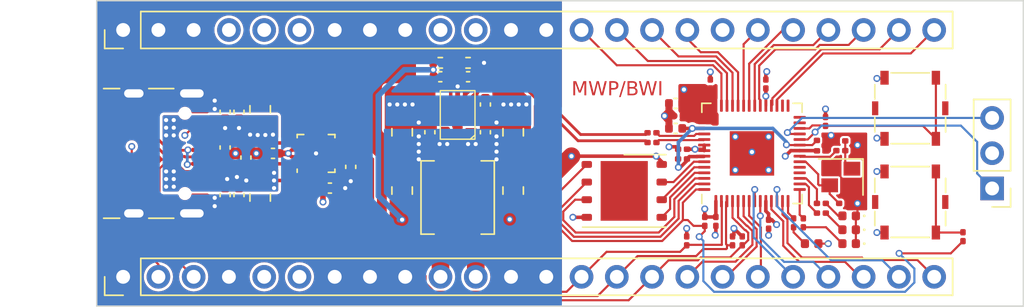
<source format=kicad_pcb>
(kicad_pcb (version 20221018) (generator pcbnew)
  (layers (0 "F.Cu" signal) (1 "In1.Cu" signal) (2 "In2.Cu" signal) (31 "B.Cu" signal) (34 "B.Paste" user) (35 "F.Paste" user) (36 "B.SilkS" user "B.Silkscreen") (37 "F.SilkS" user "F.Silkscreen") (38 "B.Mask" user) (39 "F.Mask" user) (44 "Edge.Cuts" user))
  (net 0 "")
  (net 1 "GND")
  (net 2 "/USB-C + PP/VBUS")
  (net 3 "Net-(J1-CC1)")
  (net 4 "Net-(J1-CC2)")
  (net 5 "Net-(U2-VCC)")
  (net 6 "Net-(U2-BOOT)")
  (net 7 "Net-(U2-NC{slash}SW)")
  (net 9 "Net-(U2-FB)")
  (net 10 "+3V3")
  (net 11 "/USB-C + PP/SBU2")
  (net 12 "/USB-C + PP/SBU1")
  (net 13 "Net-(U302-VREG_VOUT)")
  (net 14 "Net-(C312-Pad1)")
  (net 15 "Net-(U302-XIN)")
  (net 16 "/RP2040 CPU/RUN")
  (net 17 "/RP2040 CPU/D+")
  (net 18 "Net-(U302-USB_DP)")
  (net 19 "/RP2040 CPU/D-")
  (net 20 "Net-(U302-USB_DM)")
  (net 21 "Net-(U301-~{CS})")
  (net 22 "Net-(R305-Pad1)")
  (net 23 "Net-(U302-XOUT)")
  (net 24 "Net-(U301-DO(IO1))")
  (net 25 "Net-(U301-IO2)")
  (net 26 "Net-(U301-DI(IO0))")
  (net 27 "Net-(U301-CLK)")
  (net 28 "Net-(U301-IO3)")
  (net 29 "/RP2040 CPU/I2C0_SDA")
  (net 30 "/RP2040 CPU/I2C0_SCL")
  (net 31 "/RP2040 CPU/I2C1_SDA")
  (net 32 "/RP2040 CPU/I2C1_SCL")
  (net 39 "/RP2040 CPU/GPIO22")
  (net 40 "/RP2040 CPU/GPIO23")
  (net 41 "/RP2040 CPU/GPIO24")
  (net 42 "/RP2040 CPU/GPIO25")
  (net 43 "/RP2040 CPU/ADC0")
  (net 44 "/RP2040 CPU/ADC1")
  (net 45 "/RP2040 CPU/ADC2")
  (net 46 "/RP2040 CPU/ADC3")
  (net 47 "/RP2040 CPU/GPIO2")
  (net 48 "/RP2040 CPU/GPIO5")
  (net 49 "/RP2040 CPU/GPIO4")
  (net 50 "/RP2040 CPU/GPIO3")
  (net 51 "/RP2040 CPU/GPIO21")
  (net 52 "/RP2040 CPU/GPIO20")
  (net 53 "/RP2040 CPU/GPIO10")
  (net 54 "/RP2040 CPU/GPIO9")
  (net 55 "/RP2040 CPU/GPIO8")
  (net 56 "Net-(D301-A)")
  (net 57 "Net-(D302-A)")
  (net 58 "Net-(D303-A)")
  (net 59 "Net-(D304-A)")
  (net 60 "Net-(U302-GPIO11)")
  (net 61 "Net-(U302-GPIO12)")
  (net 62 "Net-(U302-GPIO13)")
  (net 63 "Net-(U302-GPIO14)")
  (net 64 "Net-(J301-Pin_1)")
  (net 65 "Net-(J301-Pin_3)")
  (footprint "LED_SMD:LED_0402_1005Metric" (layer "F.Cu") (at 151.5 91.5 180)
    (fp_text reference "D301" hide)
    (fp_text value "TZ-P2-0402GTIA1-0.45T" hide)
  )
  (footprint "Package_DFN_QFN:QFN-56-1EP_7x7mm_P0.4mm_EP3.2x3.2mm" (layer "F.Cu") (at 147.2 85 90)
    (fp_text reference "U302" hide)
    (fp_text value "RP2040" hide)
  )
  (footprint "Resistor_SMD:R_0201_0603Metric" (layer "F.Cu") (at 153.6 84.8 180)
    (fp_text reference "R306" hide)
    (fp_text value "1K" hide)
  )
  (footprint "Capacitor_SMD:C_0805_2012Metric" (layer "F.Cu") (at 122 83.4765 -90)
    (fp_text reference "C9" hide)
    (fp_text value "4.7uF 50V X5R" hide)
  )
  (footprint "Capacitor_SMD:C_0402_1005Metric" (layer "F.Cu") (at 118.3 85.97 -90)
    (fp_text reference "C20" hide)
    (fp_text value "1uF 10V X7S" hide)
  )
  (footprint "Inductor_SMD:L_Vishay_IHLP-2020" (layer "F.Cu") (at 126 88.176501 -90)
    (fp_text reference "L1" hide)
    (fp_text value "6.8uH IHLP2020BZER6R8M01" hide)
  )
  (footprint "Package_SON:WSON-8-1EP_6x5mm_P1.27mm_EP3.4x4.3mm" (layer "F.Cu") (at 138 87.7)
    (fp_text reference "U301" hide)
    (fp_text value "W25Q128JVPIQ" hide)
  )
  (footprint "Connector_USB:USB_C_Receptacle_GCT_USB4105-xx-A_16P_TopMnt_Horizontal" (layer "F.Cu") (at 103.75 85 -90)
    (fp_text reference "J1" hide)
    (fp_text value "USB_C_Receptacle_USB2.0" hide)
  )
  (footprint "Capacitor_SMD:C_0402_1005Metric" (layer "F.Cu") (at 124.75 79.4765 180)
    (fp_text reference "C6" hide)
    (fp_text value "11pF 50V" hide)
  )
  (footprint "usb-c:TI-RNX0012A-VQFN-HR" (layer "F.Cu") (at 126 82.2265 90)
    (fp_text reference "U2" hide)
    (fp_text value "LMR36006CRNX" hide)
  )
  (footprint "LED_SMD:LED_0402_1005Metric" (layer "F.Cu") (at 154.2 89.5 180)
    (fp_text reference "D304" hide)
    (fp_text value "TZ-P2-0402GTIA1-0.45T" hide)
  )
  (footprint "Capacitor_SMD:C_0402_1005Metric" (layer "F.Cu") (at 124 83.4765 -90)
    (fp_text reference "C3" hide)
    (fp_text value "0.1uF 50V X5R" hide)
  )
  (footprint "Capacitor_SMD:C_0402_1005Metric" (layer "F.Cu") (at 128 81.4765 -90)
    (fp_text reference "C5" hide)
    (fp_text value "0.1uF 10V X7R" hide)
  )
  (footprint "Resistor_SMD:R_0402_1005Metric" (layer "F.Cu") (at 126.75 78.4765)
    (fp_text reference "R2" hide)
    (fp_text value "43.2K" hide)
  )
  (footprint "Resistor_SMD:R_0402_1005Metric" (layer "F.Cu") (at 124.75 78.4765)
    (fp_text reference "R1" hide)
    (fp_text value "100K" hide)
  )
  (footprint "Capacitor_SMD:C_0201_0603Metric" (layer "F.Cu") (at 153.6 84.1 180)
    (fp_text reference "C312" hide)
    (fp_text value "27pF" hide)
  )
  (footprint "Capacitor_SMD:C_0201_0603Metric" (layer "F.Cu") (at 152.2 84.815 180)
    (fp_text reference "C308" hide)
    (fp_text value "100nF 6.3V" hide)
  )
  (footprint "Connector_PinHeader_2.54mm:PinHeader_1x24_P2.54mm_Vertical" (layer "F.Cu") (at 101.905 76.11 90)
    (fp_text reference "J102" hide)
    (fp_text value "Conn_01x24" hide)
  )
  (footprint "Resistor_SMD:R_0201_0603Metric" (layer "F.Cu") (at 142.5 91.3 -90)
    (fp_text reference "R307" hide)
    (fp_text value "4.7K" hide)
  )
  (footprint "LED_SMD:LED_0402_1005Metric" (layer "F.Cu") (at 154.2 91.5 180)
    (fp_text reference "D302" hide)
    (fp_text value "TZ-P2-0402GTIA1-0.45T" hide)
  )
  (footprint "Capacitor_SMD:C_0402_1005Metric" (layer "F.Cu") (at 110.75 85.3 -90)
    (fp_text reference "C10" hide)
    (fp_text value "330pF 50V" hide)
  )
  (footprint "Capacitor_SMD:C_0805_2012Metric" (layer "F.Cu") (at 122 87.6765 -90)
    (fp_text reference "C8" hide)
    (fp_text value "22uF 10V X5R" hide)
  )
  (footprint "Capacitor_SMD:C_0402_1005Metric" (layer "F.Cu") (at 110.25 88 -90)
    (fp_text reference "C15" hide)
    (fp_text value "0.1uF 50V X5R" hide)
  )
  (footprint "Connector_PinHeader_2.54mm:PinHeader_1x24_P2.54mm_Vertical" (layer "F.Cu") (at 101.905 93.89 90)
    (fp_text reference "J101" hide)
    (fp_text value "Conn_01x24" hide)
  )
  (footprint "Resistor_SMD:R_0201_0603Metric" (layer "F.Cu") (at 143.8 89.9 -90)
    (fp_text reference "R304" hide)
    (fp_text value "10K" hide)
  )
  (footprint "Resistor_SMD:R_0201_0603Metric" (layer "F.Cu") (at 162.4 91 -90)
    (fp_text reference "R305" hide)
    (fp_text value "1K" hide)
  )
  (footprint "LED_SMD:LED_0402_1005Metric" (layer "F.Cu") (at 154.2 90.5 180)
    (fp_text reference "D303" hide)
    (fp_text value "TZ-P2-0402GTIA1-0.45T" hide)
  )
  (footprint "Capacitor_SMD:C_0201_0603Metric" (layer "F.Cu") (at 142.2 84.7)
    (fp_text reference "C304" hide)
    (fp_text value "100nF 6.3V" hide)
  )
  (footprint "Capacitor_SMD:C_0402_1005Metric" (layer "F.Cu") (at 126.75 79.476501 180)
    (fp_text reference "C4" hide)
    (fp_text value "1uF 10V X7S" hide)
  )
  (footprint "Capacitor_SMD:C_0201_0603Metric" (layer "F.Cu") (at 141.9 82.3)
    (fp_text reference "C307" hide)
    (fp_text value "100nF 6.3V" hide)
  )
  (footprint "Crystal:Crystal_SMD_EuroQuartz_X22-4Pin_2.5x2.0mm" (layer "F.Cu") (at 153.6 86.7 180)
    (fp_text reference "Y301" hide)
    (fp_text value "12.000 MHz" hide)
  )
  (footprint "Connector_PinHeader_2.54mm:PinHeader_1x03_P2.54mm_Vertical" (layer "F.Cu") (at 164.5 87.525 180)
    (fp_text reference "J301" hide)
    (fp_text value "Conn_01x03" hide)
  )
  (footprint "Resistor_SMD:R_0201_0603Metric" (layer "F.Cu") (at 140.000001 83.515)
    (fp_text reference "R303" hide)
    (fp_text value "27R4" hide)
  )
  (footprint "Capacitor_SMD:C_0402_1005Metric" (layer "F.Cu") (at 110.25 82 90)
    (fp_text reference "C14" hide)
    (fp_text value "0.1uF 50V X5R" hide)
  )
  (footprint "Capacitor_SMD:C_0201_0603Metric" (layer "F.Cu") (at 148.2 80 90)
    (fp_text reference "C311" hide)
    (fp_text value "100nF 6.3V" hide)
  )
  (footprint "Capacitor_SMD:C_0201_0603Metric" (layer "F.Cu") (at 152.2 84.065 180)
    (fp_text reference "C309" hide)
    (fp_text value "100nF 6.3V" hide)
  )
  (footprint "Capacitor_SMD:C_0402_1005Metric" (layer "F.Cu") (at 109.25 84.575 90)
    (fp_text reference "C11" hide)
    (fp_text value "330pF 50V" hide)
  )
  (footprint "Capacitor_SMD:C_0402_1005Metric" (layer "F.Cu") (at 112.7 85 180)
    (fp_text reference "C19" hide)
    (fp_text value "0.1uF 50V X5R" hide)
  )
  (footprint "Resistor_SMD:R_0201_0603Metric" (layer "F.Cu") (at 146.5 91.3 -90)
    (fp_text reference "R309" hide)
    (fp_text value "10K" hide)
  )
  (footprint "Capacitor_SMD:C_0805_2012Metric" (layer "F.Cu") (at 111.775 88.175 -90)
    (fp_text reference "C17" hide)
    (fp_text value "4.7uF 50V X5R" hide)
  )
  (footprint "Capacitor_SMD:C_0402_1005Metric" (layer "F.Cu") (at 128 83.4765 -90)
    (fp_text reference "C2" hide)
    (fp_text value "0.1uF 50V X5R" hide)
  )
  (footprint "Capacitor_SMD:C_0402_1005Metric" (layer "F.Cu") (at 109.25 82 90)
    (fp_text reference "C12" hide)
    (fp_text value "0.1uF 50V X5R" hide)
  )
  (footprint "Resistor_SMD:R_0201_0603Metric" (layer "F.Cu") (at 145.8 91.3 -90)
    (fp_text reference "R308" hide)
    (fp_text value "4.7K" hide)
  )
  (footprint "Capacitor_SMD:C_0402_1005Metric" (layer "F.Cu") (at 109.25 88 -90)
    (fp_text reference "C13" hide)
    (fp_text value "0.1uF 50V X5R" hide)
  )
  (footprint "Capacitor_SMD:C_0805_2012Metric" (layer "F.Cu") (at 111.775 81.825 90)
    (fp_text reference "C16" hide)
    (fp_text value "4.7uF 50V X5R" hide)
  )
  (footprint "Package_DFN_QFN:WQFN-14-1EP_2.5x2.5mm_P0.5mm_EP1.45x1.45mm" (layer "F.Cu") (at 115.8 85 90)
    (fp_text reference "U1" hide)
    (fp_text value "FUSB302BMPX" hide)
  )
  (footprint "Capacitor_SMD:C_0201_0603Metric" (layer "F.Cu") (at 153.8 88.6)
    (fp_text reference "C313" hide)
    (fp_text value "27pF" hide)
  )
  (footprint "Capacitor_SMD:C_0402_1005Metric" (layer "F.Cu") (at 116.8 87.5)
    (fp_text reference "C18" hide)
    (fp_text value "0.1uF 50V X5R" hide)
  )
  (footprint "Capacitor_SMD:C_0805_2012Metric" (layer "F.Cu") (at 130 83.4765 -90)
    (fp_text reference "C1" hide)
    (fp_text value "4.7uF 50V X5R" hide)
  )
  (footprint "Capacitor_SMD:C_0201_0603Metric" (layer "F.Cu") (at 148.4 90.1 90)
    (fp_text reference "C306" hide)
    (fp_text value "100nF 6.3V" hide)
  )
  (footprint "Button_Switch_SMD:SW_SPST_Panasonic_EVQPL_3PL_5PL_PT_A15" (layer "F.Cu") (at 158.6 88.5)
    (fp_text reference "SW302" hide)
    (fp_text value "BOOT" hide)
  )
  (footprint "Capacitor_SMD:C_0805_2012Metric" (layer "F.Cu") (at 130 87.6765 -90)
    (fp_text reference "C7" hide)
    (fp_text value "22uF 10V X5R" hide)
  )
  (footprint "Button_Switch_SMD:SW_SPST_Panasonic_EVQPL_3PL_5PL_PT_A15" (layer "F.Cu") (at 158.6 81.75)
    (fp_text reference "SW301" hide)
    (fp_text value "RUN" hide)
  )
  (footprint "Capacitor_SMD:C_0201_0603Metric" (layer "F.Cu") (at 144.2 80 -90)
    (fp_text reference "C303" hide)
    (fp_text value "100nF 6.3V" hide)
  )
  (footprint "Resistor_SMD:R_0201_0603Metric" (layer "F.Cu") (at 150.2 90 -90)
    (fp_text reference "R310" hide)
    (fp_text value "470R" hide)
  )
  (footprint "Capacitor_SMD:C_0402_1005Metric" (layer "F.Cu") (at 141.7 81.4)
    (fp_text reference "C301" hide)
    (fp_text value "1uF 6.3V" hide)
  )
  (footprint "Capacitor_SMD:C_0402_1005Metric" (layer "F.Cu") (at 141.7 83.2)
    (fp_text reference "C302" hide)
    (fp_text value "1uF 6.3V" hide)
  )
  (footprint "Resistor_SMD:R_0201_0603Metric" (layer "F.Cu") (at 152.2 88.6)
    (fp_text reference "R313" hide)
    (fp_text value "470R" hide)
  )
  (footprint "Resistor_SMD:R_0201_0603Metric" (layer "F.Cu") (at 152.2 89.3)
    (fp_text reference "R312" hide)
    (fp_text value "470R" hide)
  )
  (footprint "Capacitor_SMD:C_0201_0603Metric" (layer "F.Cu") (at 142.2 85.4)
    (fp_text reference "C310" hide)
    (fp_text value "100nF 6.3V" hide)
  )
  (footprint "Resistor_SMD:R_0201_0603Metric" (layer "F.Cu") (at 150.9 90 -90)
    (fp_text reference "R311" hide)
    (fp_text value "470R" hide)
  )
  (footprint "Capacitor_SMD:C_0201_0603Metric" (layer "F.Cu") (at 144.6 89.9 90)
    (fp_text reference "C305" hide)
    (fp_text value "100nF 6.3V" hide)
  )
  (footprint "Resistor_SMD:R_0201_0603Metric" (layer "F.Cu") (at 140 84.215)
    (fp_text reference "R302" hide)
    (fp_text value "27R4" hide)
  )
  (footprint "Resistor_SMD:R_0201_0603Metric" (layer "F.Cu") (at 152.5 82.7 -90)
    (fp_text reference "R301" hide)
    (fp_text value "10K" hide)
  )
  (gr_rect (start 100 74) (end 166.75 96) (stroke (width 0.1)) (fill none) (layer "Edge.Cuts"))
  (gr_text "MWP/BWI" (at 137.5 80.4) (layer "F.Cu") (effects (font (size 1 1))))
  (segment (start 154.685 89.5) (end 154.685 90.5) (width 0.1524) (layer "F.Cu") (net 1))
  (segment (start 141.88 84.7) (end 141.88 85.4) (width 0.254) (layer "F.Cu") (net 1))
  (segment (start 141.22 81.94) (end 141.58 82.3) (width 0.5) (layer "F.Cu") (net 1))
  (segment (start 148.4 90.42) (end 148.4 90.9) (width 0.254) (layer "F.Cu") (net 1))
  (segment (start 141.22 83.2) (end 141.22 82.66) (width 0.5) (layer "F.Cu") (net 1))
  (segment (start 156.2 79.6) (end 156.7 79.6) (width 0.1524) (layer "F.Cu") (net 1))
  (segment (start 141.22 82.66) (end 140.9 82.3) (width 0.5) (layer "F.Cu") (net 1))
  (segment (start 154.8 89.385) (end 154.685 89.5) (width 0.1524) (layer "F.Cu") (net 1))
  (segment (start 156.7 83.9) (end 156.75 83.95) (width 0.1524) (layer "F.Cu") (net 1))
  (segment (start 151.985 91.5) (end 152.7 91.5) (width 0.1524) (layer "F.Cu") (net 1))
  (segment (start 156.2 86.3) (end 156.75 86.3) (width 0.1524) (layer "F.Cu") (net 1))
  (segment (start 144.2 79.68) (end 144.2 79.129522) (width 0.254) (layer "F.Cu") (net 1))
  (segment (start 141.22 81.4) (end 141.22 81.94) (width 0.5) (layer "F.Cu") (net 1))
  (segment (start 156.75 90.7) (end 156.2 90.7) (width 0.1524) (layer "F.Cu") (net 1))
  (segment (start 135.3 89.605) (end 134.305 89.605) (width 0.254) (layer "F.Cu") (net 1))
  (segment (start 156.7 79.6) (end 156.75 79.55) (width 0.1524) (layer "F.Cu") (net 1))
  (segment (start 156.2 83.9) (end 156.7 83.9) (width 0.1524) (layer "F.Cu") (net 1))
  (segment (start 141.22 81.98) (end 141.22 81.4) (width 0.5) (layer "F.Cu") (net 1))
  (segment (start 141.705 84.525) (end 141.88 84.7) (width 0.254) (layer "F.Cu") (net 1))
  (segment (start 141.225 84.525) (end 141.705 84.525) (width 0.254) (layer "F.Cu") (net 1))
  (segment (start 144.6 90.841832) (end 144.55 90.891832) (width 0.254) (layer "F.Cu") (net 1))
  (segment (start 140.9 82.3) (end 141.22 81.98) (width 0.5) (layer "F.Cu") (net 1))
  (segment (start 148.2 79.68) (end 148.2 79.174064) (width 0.254) (layer "F.Cu") (net 1))
  (segment (start 154.685 90.5) (end 154.685 91.5) (width 0.1524) (layer "F.Cu") (net 1))
  (segment (start 134.305 89.605) (end 134.3 89.6) (width 0.254) (layer "F.Cu") (net 1))
  (segment (start 140.9 82.3) (end 141.58 82.3) (width 0.5) (layer "F.Cu") (net 1))
  (segment (start 148.2 79.174064) (end 148.267671 79.106393) (width 0.254) (layer "F.Cu") (net 1))
  (segment (start 144.6 90.22) (end 144.6 90.841832) (width 0.254) (layer "F.Cu") (net 1))
  (segment (start 144.2 79.129522) (end 144.199078 79.1286) (width 0.254) (layer "F.Cu") (net 1))
  (segment (start 154.8 88.6) (end 154.8 89.385) (width 0.1524) (layer "F.Cu") (net 1))
  (via (at 126 80.176499) (size 0.5) (drill 0.3) (layers "F.Cu" "B.Cu") (net 1))
  (via (at 127.9 78.4765) (size 0.5) (drill 0.3) (layers "F.Cu" "B.Cu") (net 1))
  (via (at 148.267671 79.106393) (size 0.5) (drill 0.3) (layers "F.Cu" "B.Cu") (net 1))
  (via (at 117.9 87.5) (size 0.5) (drill 0.3) (layers "F.Cu" "B.Cu") (net 1))
  (via (at 146 83.8) (size 0.5) (drill 0.3) (layers "F.Cu" "B.Cu") (net 1))
  (via (at 128.8 84.8765) (size 0.5) (drill 0.3) (layers "F.Cu" "B.Cu") (net 1))
  (via (at 156.2 83.9) (size 0.5) (drill 0.3) (layers "F.Cu" "B.Cu") (net 1))
  (via (at 118.3 87) (size 0.5) (drill 0.3) (layers "F.Cu" "B.Cu") (net 1))
  (via (at 156.2 79.6) (size 0.5) (drill 0.3) (layers "F.Cu" "B.Cu") (net 1))
  (via (at 108.5 81.2) (size 0.5) (drill 0.3) (layers "F.Cu" "B.Cu") (net 1))
  (via (at 108.5 88.2) (size 0.5) (drill 0.3) (layers "F.Cu" "B.Cu") (net 1))
  (via (at 148.4 86.2) (size 0.5) (drill 0.3) (layers "F.Cu" "B.Cu") (net 1))
  (via (at 124.7 84.3265) (size 0.5) (drill 0.3) (layers "F.Cu" "B.Cu") (net 1))
  (via (at 152.7 91.5) (size 0.5) (drill 0.3) (layers "F.Cu" "B.Cu") (net 1))
  (via (at 156.2 86.3) (size 0.5) (drill 0.3) (layers "F.Cu" "B.Cu") (net 1))
  (via (at 108.5 88.8) (size 0.5) (drill 0.3) (layers "F.Cu" "B.Cu") (net 1))
  (via (at 154.8 88.6) (size 0.5) (drill 0.3) (layers "F.Cu" "B.Cu") (net 1))
  (via (at 141.225 84.525) (size 0.5) (drill 0.3) (layers "F.Cu" "B.Cu") (net 1))
  (via (at 134.3 89.6) (size 0.5) (drill 0.3) (layers "F.Cu" "B.Cu") (net 1))
  (via (at 148.4 83.8) (size 0.5) (drill 0.3) (layers "F.Cu" "B.Cu") (net 1))
  (via (at 156.2 90.7) (size 0.5) (drill 0.3) (layers "F.Cu" "B.Cu") (net 1))
  (via (at 146 86.2) (size 0.5) (drill 0.3) (layers "F.Cu" "B.Cu") (net 1))
  (via (at 123.2 85.4265) (size 0.5) (drill 0.3) (layers "F.Cu" "B.Cu") (net 1))
  (via (at 128.8 83.7765) (size 0.5) (drill 0.3) (layers "F.Cu" "B.Cu") (net 1))
  (via (at 111.5 85) (size 0.5) (drill 0.3) (layers "F.Cu" "B.Cu") (net 1))
  (via (at 148.4 90.9) (size 0.5) (drill 0.3) (layers "F.Cu" "B.Cu") (net 1))
  (via (at 144.199078 79.1286) (size 0.5) (drill 0.3) (layers "F.Cu" "B.Cu") (net 1))
  (via (at 126.750001 84.3265) (size 0.5) (drill 0.3) (layers "F.Cu" "B.Cu") (net 1))
  (via (at 123.2 84.8765) (size 0.5) (drill 0.3) (layers "F.Cu" "B.Cu") (net 1))
  (via (at 127.3 84.3265) (size 0.5) (drill 0.3) (layers "F.Cu" "B.Cu") (net 1))
  (via (at 128.799999 84.3265) (size 0.5) (drill 0.3) (layers "F.Cu" "B.Cu") (net 1))
  (via (at 147.2 84.9) (size 0.5) (drill 0.3) (layers "F.Cu" "B.Cu") (net 1))
  (via (at 154.8 84.4) (size 0.5) (drill 0.3) (layers "F.Cu" "B.Cu") (net 1))
  (via (at 123.200001 84.3265) (size 0.5) (drill 0.3) (layers "F.Cu" "B.Cu") (net 1))
  (via (at 108.5 81.8) (size 0.5) (drill 0.3) (layers "F.Cu" "B.Cu") (net 1))
  (via (at 152.9 83.7) (size 0.5) (drill 0.3) (layers "F.Cu" "B.Cu") (net 1))
  (via (at 128.8 85.4265) (size 0.5) (drill 0.3) (layers "F.Cu" "B.Cu") (net 1))
  (via (at 140.9 82.3) (size 0.5) (drill 0.3) (layers "F.Cu" "B.Cu") (net 1))
  (via (at 144.55 90.891832) (size 0.5) (drill 0.3) (layers "F.Cu" "B.Cu") (net 1))
  (via (at 125.249999 84.3265) (size 0.5) (drill 0.3) (layers "F.Cu" "B.Cu") (net 1))
  (via (at 115.8 85) (size 0.5) (drill 0.3) (layers "F.Cu" "B.Cu") (net 1))
  (via (at 123.2 83.7765) (size 0.5) (drill 0.3) (layers "F.Cu" "B.Cu") (net 1))
  (via (at 110 85) (size 0.5) (drill 0.3) (layers "F.Cu" "B.Cu") (net 1))
  (segment (start 115.8 86.2625) (end 115.8 86.580126) (width 0.254) (layer "F.Cu") (net 2))
  (segment (start 115.429629 86.950497) (end 112.775 86.950497) (width 0.254) (layer "F.Cu") (net 2))
  (segment (start 115.8 86.580126) (end 115.429629 86.950497) (width 0.254) (layer "F.Cu") (net 2))
  (via (at 105.55 83.15) (size 0.5) (drill 0.3) (layers "F.Cu" "B.Cu") (net 2))
  (via (at 105.55 86.3) (size 0.5) (drill 0.3) (layers "F.Cu" "B.Cu") (net 2))
  (via (at 112.775 86.950497) (size 0.5) (drill 0.3) (layers "F.Cu" "B.Cu") (net 2))
  (via (at 112.148309 83.674098) (size 0.5) (drill 0.3) (layers "F.Cu" "B.Cu") (net 2))
  (via (at 105 87.4) (size 0.5) (drill 0.3) (layers "F.Cu" "B.Cu") (net 2))
  (via (at 130.4 81.4765) (size 0.5) (drill 0.3) (layers "F.Cu" "B.Cu") (net 2))
  (via (at 105 83.15) (size 0.5) (drill 0.3) (layers "F.Cu" "B.Cu") (net 2))
  (via (at 109.25 83.175) (size 0.5) (drill 0.3) (layers "F.Cu" "B.Cu") (net 2))
  (via (at 121.1 81.4765) (size 0.5) (drill 0.3) (layers "F.Cu" "B.Cu") (net 2))
  (via (at 105 86.85) (size 0.5) (drill 0.3) (layers "F.Cu" "B.Cu") (net 2))
  (via (at 112.775 87.5) (size 0.5) (drill 0.3) (layers "F.Cu" "B.Cu") (net 2))
  (via (at 110.775 86.95) (size 0.5) (drill 0.3) (layers "F.Cu" "B.Cu") (net 2))
  (via (at 129.85 81.4765) (size 0.5) (drill 0.3) (layers "F.Cu" "B.Cu") (net 2))
  (via (at 105.55 82.6) (size 0.5) (drill 0.3) (layers "F.Cu" "B.Cu") (net 2))
  (via (at 112.697281 83.649967) (size 0.5) (drill 0.3) (layers "F.Cu" "B.Cu") (net 2))
  (via (at 105.55 87.4) (size 0.5) (drill 0.3) (layers "F.Cu" "B.Cu") (net 2))
  (via (at 130.95 81.4765) (size 0.5) (drill 0.3) (layers "F.Cu" "B.Cu") (net 2))
  (via (at 105 86.3) (size 0.5) (drill 0.3) (layers "F.Cu" "B.Cu") (net 2))
  (via (at 111.598817 83.677441) (size 0.5) (drill 0.3) (layers "F.Cu" "B.Cu") (net 2))
  (via (at 109.397292 86.847292) (size 0.5) (drill 0.3) (layers "F.Cu" "B.Cu") (net 2))
  (via (at 128.8 82.7765) (size 0.5) (drill 0.3) (layers "F.Cu" "B.Cu") (net 2))
  (via (at 122.2 81.4765) (size 0.5) (drill 0.3) (layers "F.Cu" "B.Cu") (net 2))
  (via (at 122.75 81.4765) (size 0.5) (drill 0.3) (layers "F.Cu" "B.Cu") (net 2))
  (via (at 112.775 86.400994) (size 0.5) (drill 0.3) (layers "F.Cu" "B.Cu") (net 2))
  (via (at 105 82.6) (size 0.5) (drill 0.3) (layers "F.Cu" "B.Cu") (net 2))
  (via (at 105 83.7) (size 0.5) (drill 0.3) (layers "F.Cu" "B.Cu") (net 2))
  (via (at 111.05 83.65) (size 0.5) (drill 0.3) (layers "F.Cu" "B.Cu") (net 2))
  (via (at 110.1 86.7) (size 0.5) (drill 0.3) (layers "F.Cu" "B.Cu") (net 2))
  (via (at 129.3 81.4765) (size 0.5) (drill 0.3) (layers "F.Cu" "B.Cu") (net 2))
  (via (at 123.2 82.7765) (size 0.5) (drill 0.3) (layers "F.Cu" "B.Cu") (net 2))
  (via (at 121.65 81.4765) (size 0.5) (drill 0.3) (layers "F.Cu" "B.Cu") (net 2))
  (via (at 110.25 83.175) (size 0.5) (drill 0.3) (layers "F.Cu" "B.Cu") (net 2))
  (via (at 105.55 86.85) (size 0.5) (drill 0.3) (layers "F.Cu" "B.Cu") (net 2))
  (via (at 105.55 83.7) (size 0.5) (drill 0.3) (layers "F.Cu" "B.Cu") (net 2))
  (segment (start 114.5375 84.25) (end 109.25 84.25) (width 0.254) (layer "F.Cu") (net 3))
  (segment (start 108.75 83.75) (end 107.43 83.75) (width 0.254) (layer "F.Cu") (net 3))
  (segment (start 114.5375 84.25) (end 115.05 83.7375) (width 0.254) (layer "F.Cu") (net 3))
  (segment (start 115.05 83.7375) (end 115.3 83.7375) (width 0.254) (layer "F.Cu") (net 3))
  (segment (start 109.25 84.25) (end 108.75 83.75) (width 0.254) (layer "F.Cu") (net 3))
  (segment (start 114.5375 85.75) (end 109.25 85.75) (width 0.254) (layer "F.Cu") (net 4))
  (segment (start 109.25 85.75) (end 108.25 86.75) (width 0.254) (layer "F.Cu") (net 4))
  (segment (start 115.05 86.2625) (end 115.3 86.2625) (width 0.254) (layer "F.Cu") (net 4))
  (segment (start 108.25 86.75) (end 107.43 86.75) (width 0.254) (layer "F.Cu") (net 4))
  (segment (start 114.5375 85.75) (end 115.05 86.2625) (width 0.254) (layer "F.Cu") (net 4))
  (segment (start 126.5 80.8265) (end 127.23 80.0965) (width 0.254) (layer "F.Cu") (net 5))
  (segment (start 127.23 80.0965) (end 127.23 79.4765) (width 0.254) (layer "F.Cu") (net 5))
  (segment (start 126.9 81.5515) (end 127.445 81.5515) (width 0.254) (layer "F.Cu") (net 6))
  (segment (start 127.445 81.5515) (end 128 80.996499) (width 0.254) (layer "F.Cu") (net 6))
  (segment (start 126 82.1765) (end 126.1 82.0765) (width 0.254) (layer "F.Cu") (net 7))
  (segment (start 126.875 82.0765) (end 126.900001 82.0515) (width 0.254) (layer "F.Cu") (net 7))
  (segment (start 126.1 82.0765) (end 126.875 82.0765) (width 0.254) (layer "F.Cu") (net 7))
  (segment (start 126.900001 82.0515) (end 127.905 82.0515) (width 0.254) (layer "F.Cu") (net 7))
  (segment (start 126 83.014499) (end 126 82.1765) (width 0.254) (layer "F.Cu") (net 7))
  (segment (start 127.905 82.0515) (end 128 81.9565) (width 0.254) (layer "F.Cu") (net 7))
  (segment (start 125.26 78.4765) (end 126.24 78.4765) (width 0.1524) (layer "F.Cu") (net 9))
  (segment (start 125.5 79.7465) (end 125.23 79.4765) (width 0.1524) (layer "F.Cu") (net 9))
  (segment (start 125.5 80.8265) (end 125.5 79.7465) (width 0.1524) (layer "F.Cu") (net 9))
  (segment (start 125.23 78.5065) (end 125.26 78.4765) (width 0.1524) (layer "F.Cu") (net 9))
  (segment (start 125.23 79.4765) (end 125.23 78.5065) (width 0.1524) (layer "F.Cu") (net 9))
  (segment (start 146.48 90.98) (end 145.9 90.4) (width 0.254) (layer "F.Cu") (net 10))
  (segment (start 124.24 78.4765) (end 124.24 79.446499) (width 0.4) (layer "F.Cu") (net 10))
  (segment (start 114.05 85.25) (end 113.8 85) (width 0.254) (layer "F.Cu") (net 10))
  (segment (start 118.04 85.75) (end 118.3 85.49) (width 0.254) (layer "F.Cu") (net 10))
  (segment (start 124.765 91.3915) (end 122 88.6265) (width 1.27) (layer "F.Cu") (net 10))
  (segment (start 142.5 90.4) (end 142.5 90.98) (width 0.254) (layer "F.Cu") (net 10))
  (segment (start 127.305 91.3215) (end 130 88.6265) (width 1.27) (layer "F.Cu") (net 10))
  (segment (start 140.299998 85.2) (end 140.3 85.199998) (width 0.254) (layer "F.Cu") (net 10))
  (segment (start 134.2 85.2) (end 140.299998 85.2) (width 0.254) (layer "F.Cu") (net 10))
  (segment (start 144.6 88.4375) (end 144.6 89.58) (width 0.254) (layer "F.Cu") (net 10))
  (segment (start 143.8 89) (end 143.8 89.58) (width 0.254) (layer "F.Cu") (net 10))
  (segment (start 129.75 89.75) (end 129.75 89.65) (width 1.27) (layer "F.Cu") (net 10))
  (segment (start 124.24 79.446499) (end 124.27 79.4765) (width 0.4) (layer "F.Cu") (net 10))
  (segment (start 151.865 84.8) (end 151.88 84.815) (width 0.254) (layer "F.Cu") (net 10))
  (segment (start 140.7 85.795) (end 140.7 85.599998) (width 0.254) (layer "F.Cu") (net 10))
  (segment (start 116.3 87.48) (end 116.32 87.5) (width 0.254) (layer "F.Cu") (net 10))
  (segment (start 116.3 87.52) (end 116.32 87.5) (width 0.4) (layer "F.Cu") (net 10))
  (segment (start 148.2 81.5625) (end 148.2 80.875) (width 0.2) (layer "F.Cu") (net 10))
  (segment (start 129.75 89.65) (end 134.2 85.2) (width 1.27) (layer "F.Cu") (net 10))
  (segment (start 148.2 89.151315) (end 148.4 89.351315) (width 0.254) (layer "F.Cu") (net 10))
  (segment (start 113.8 85) (end 113.18 85) (width 0.4) (layer "F.Cu") (net 10))
  (segment (start 146.5 90.98) (end 146.48 90.98) (width 0.254) (layer "F.Cu") (net 10))
  (segment (start 114.5375 84.75) (end 114.05 84.75) (width 0.254) (layer "F.Cu") (net 10))
  (segment (start 116.95 85.75) (end 117.0625 85.75) (width 0.254) (layer "F.Cu") (net 10))
  (segment (start 148.2 80.875) (end 148.2 80.32) (width 0.254) (layer "F.Cu") (net 10))
  (segment (start 150.6375 84.8) (end 150 84.8) (width 0.254) (layer "F.Cu") (net 10))
  (segment (start 148.974658 90.126892) (end 148.627766 89.78) (width 0.254) (layer "F.Cu") (net 10))
  (segment (start 145.8 90.98) (end 145.9 90.88) (width 0.254) (layer "F.Cu") (net 10))
  (segment (start 116.4375 86.2625) (end 116.95 85.75) (width 0.254) (layer "F.Cu") (net 10))
  (segment (start 150 84.8) (end 149.6 85.2) (width 0.254) (layer "F.Cu") (net 10))
  (segment (start 116.3 86.2625) (end 116.3 87.48) (width 0.254) (layer "F.Cu") (net 10))
  (segment (start 148.627766 89.78) (end 148.4 89.78) (width 0.254) (layer "F.Cu") (net 10))
  (segment (start 117.0625 85.75) (end 118.04 85.75) (width 0.254) (layer "F.Cu") (net 10))
  (segment (start 140.7 85.599998) (end 140.3 85.199998) (width 0.254) (layer "F.Cu") (net 10))
  (segment (start 148.4 89.351315) (end 148.4 89.78) (width 0.254) (layer "F.Cu") (net 10))
  (segment (start 148.2 88.4375) (end 148.2 89.151315) (width 0.254) (layer "F.Cu") (net 10))
  (segment (start 150.6375 84.8) (end 151.865 84.8) (width 0.254) (layer "F.Cu") (net 10))
  (segment (start 142.52 84.7) (end 143.6625 84.7) (width 0.254) (layer "F.Cu") (net 10))
  (segment (start 116.3 86.2625) (end 116.4375 86.2625) (width 0.254) (layer "F.Cu") (net 10))
  (segment (start 143.7625 84.8) (end 143.7625 84.4) (width 0.254) (layer "F.Cu") (net 10))
  (segment (start 152.5 81.8) (end 152.5 82.38) (width 0.254) (layer "F.Cu") (net 10))
  (segment (start 124.765 93.89) (end 124.765 91.3915) (width 1.27) (layer "F.Cu") (net 10))
  (segment (start 116.3 88.5) (end 116.3 87.52) (width 0.4) (layer "F.Cu") (net 10))
  (segment (start 121.999999 89.7765) (end 122 88.6265) (width 0.4) (layer "F.Cu") (net 10))
  (segment (start 114.05 84.75) (end 113.8 85) (width 0.254) (layer "F.Cu") (net 10))
  (segment (start 145.9 90.88) (end 145.9 90.4) (width 0.254) (layer "F.Cu") (net 10))
  (segment (start 143.8 89.58) (end 144.6 89.58) (width 0.254) (layer "F.Cu") (net 10))
  (segment (start 127.305 93.89) (end 127.305 91.3215) (width 1.27) (layer "F.Cu") (net 10))
  (segment (start 114.5375 85.25) (end 114.05 85.25) (width 0.254) (layer "F.Cu") (net 10))
  (via (at 148.2 80.875) (size 0.5) (drill 0.3) (layers "F.Cu" "B.Cu") (net 10))
  (via (at 142.5 90.4) (size 0.5) (drill 0.3) (layers "F.Cu" "B.Cu") (net 10))
  (via (at 134.2 85.2) (size 0.5) (drill 0.3) (layers "F.Cu" "B.Cu") (net 10))
  (via (at 143.1 84.7) (size 0.5) (drill 0.3) (layers "F.Cu" "B.Cu") (net 10))
  (via (at 124.24 78.9765) (size 0.5) (drill 0.3) (layers "F.Cu" "B.Cu") (net 10))
  (via (at 129.75 89.75) (size 0.5) (drill 0.3) (layers "F.Cu" "B.Cu") (net 10))
  (via (at 145.9 90.4) (size 0.5) (drill 0.3) (layers "F.Cu" "B.Cu") (net 10))
  (via (at 142.3 80.4) (size 0.5) (drill 0.3) (layers "F.Cu" "B.Cu") (net 10))
  (via (at 143.8 89) (size 0.5) (drill 0.3) (layers "F.Cu" "B.Cu") (net 10))
  (via (at 116.3 88.5) (size 0.5) (drill 0.3) (layers "F.Cu" "B.Cu") (net 10))
  (via (at 152.5 81.8) (size 0.5) (drill 0.3) (layers "F.Cu" "B.Cu") (net 10))
  (via (at 140.3 85.199998) (size 0.5) (drill 0.3) (layers "F.Cu" "B.Cu") (net 10))
  (via (at 113.8 85) (size 0.5) (drill 0.3) (layers "F.Cu" "B.Cu") (net 10))
  (via (at 121.999999 89.7765) (size 0.5) (drill 0.3) (layers "F.Cu" "B.Cu") (net 10))
  (via (at 149.6 85.2) (size 0.5) (drill 0.3) (layers "F.Cu" "B.Cu") (net 10))
  (via (at 148.974658 90.126892) (size 0.5) (drill 0.3) (layers "F.Cu" "B.Cu") (net 10))
  (segment (start 121.999999 89.7765) (end 120.285 88.0615) (width 0.4) (layer "B.Cu") (net 10))
  (segment (start 120.285 88.0615) (end 120.285 80.8465) (width 0.4) (layer "B.Cu") (net 10))
  (segment (start 120.285 80.8465) (end 122.155 78.9765) (width 0.4) (layer "B.Cu") (net 10))
  (segment (start 122.155 78.9765) (end 124.24 78.9765) (width 0.4) (layer "B.Cu") (net 10))
  (segment (start 121.8 89.7765) (end 121.999999 89.7765) (width 0.4) (layer "B.Cu") (net 10))
  (segment (start 104.445 92.995) (end 104.445 93.89) (width 0.1524) (layer "F.Cu") (net 11))
  (segment (start 106.8 83.25) (end 106.35 83.7) (width 0.1524) (layer "F.Cu") (net 11))
  (segment (start 102.525 87.739604) (end 103.8036 89.018204) (width 0.1524) (layer "F.Cu") (net 11))
  (segment (start 107.43 83.25) (end 106.8 83.25) (width 0.1524) (layer "F.Cu") (net 11))
  (segment (start 103.8036 89.018204) (end 103.8036 92.3536) (width 0.1524) (layer "F.Cu") (net 11))
  (segment (start 103.8036 92.3536) (end 104.445 92.995) (width 0.1524) (layer "F.Cu") (net 11))
  (segment (start 102.525 84.5) (end 102.525 87.739604) (width 0.1524) (layer "F.Cu") (net 11))
  (via (at 102.525 84.5) (size 0.5) (drill 0.3) (layers "F.Cu" "B.Cu") (net 11))
  (via (at 106.35 83.7) (size 0.5) (drill 0.3) (layers "F.Cu" "B.Cu") (net 11))
  (segment (start 106.326757 86.2786) (end 105.848157 85.8) (width 0.1524) (layer "F.Cu") (net 12))
  (segment (start 104.5214 91.4264) (end 106.985 93.89) (width 0.1524) (layer "F.Cu") (net 12))
  (segment (start 107.43 86.25) (end 107.4014 86.2786) (width 0.1524) (layer "F.Cu") (net 12))
  (segment (start 105.848157 85.8) (end 104.823157 85.8) (width 0.1524) (layer "F.Cu") (net 12))
  (segment (start 104.5214 86.101757) (end 104.5214 91.4264) (width 0.1524) (layer "F.Cu") (net 12))
  (segment (start 107.4014 86.2786) (end 106.326757 86.2786) (width 0.1524) (layer "F.Cu") (net 12))
  (segment (start 104.823157 85.8) (end 104.5214 86.101757) (width 0.1524) (layer "F.Cu") (net 12))
  (segment (start 142.9 83.2) (end 142.18 83.2) (width 0.254) (layer "F.Cu") (net 13))
  (segment (start 142.52 85.4) (end 142.6906 85.2294) (width 0.254) (layer "F.Cu") (net 13))
  (segment (start 141.9 86.0019) (end 142.044653 86.0019) (width 0.254) (layer "F.Cu") (net 13))
  (segment (start 150.6375 84.4) (end 149.70588 84.4) (width 0.1524) (layer "F.Cu") (net 13))
  (segment (start 142.52 85.526553) (end 142.52 85.4) (width 0.254) (layer "F.Cu") (net 13))
  (segment (start 151.545 84.4) (end 151.88 84.065) (width 0.1524) (layer "F.Cu") (net 13))
  (segment (start 151.863447 84.065) (end 151.88 84.065) (width 0.254) (layer "F.Cu") (net 13))
  (segment (start 143.7419 85.2206) (end 143.238558 85.2206) (width 0.254) (layer "F.Cu") (net 13))
  (segment (start 142.6906 85.2294) (end 143.238558 85.2294) (width 0.254) (layer "F.Cu") (net 13))
  (segment (start 149.70588 84.4) (end 149.68236 84.37648) (width 0.1524) (layer "F.Cu") (net 13))
  (segment (start 150.6375 84.4) (end 151.545 84.4) (width 0.1524) (layer "F.Cu") (net 13))
  (segment (start 143.7625 85.2) (end 143.7419 85.2206) (width 0.1524) (layer "F.Cu") (net 13))
  (segment (start 143.7625 83.2) (end 142.9 83.2) (width 0.254) (layer "F.Cu") (net 13))
  (segment (start 142.044653 86.0019) (end 142.52 85.526553) (width 0.254) (layer "F.Cu") (net 13))
  (via (at 141.9 86.0019) (size 0.5) (drill 0.3) (layers "F.Cu" "B.Cu") (net 13))
  (via (at 149.68236 84.37648) (size 0.5) (drill 0.3) (layers "F.Cu" "B.Cu") (net 13))
  (via (at 142.9 83.2) (size 0.5) (drill 0.3) (layers "F.Cu" "B.Cu") (net 13))
  (segment (start 142.9 83.2) (end 141.9 84.2) (width 0.254) (layer "B.Cu") (net 13))
  (segment (start 141.9 84.2) (end 141.9 86.0019) (width 0.254) (layer "B.Cu") (net 13))
  (segment (start 148.701315 83.2) (end 149.68236 84.181045) (width 0.254) (layer "B.Cu") (net 13))
  (segment (start 149.68236 84.181045) (end 149.68236 84.37648) (width 0.254) (layer "B.Cu") (net 13))
  (segment (start 142.9 83.2) (end 148.701315 83.2) (width 0.254) (layer "B.Cu") (net 13))
  (segment (start 153.92 84.8) (end 153.92 85.62) (width 0.1524) (layer "F.Cu") (net 14))
  (segment (start 153.92 84.1) (end 153.92 84.8) (width 0.1524) (layer "F.Cu") (net 14))
  (segment (start 153.92 85.62) (end 154.4 86.1) (width 0.1524) (layer "F.Cu") (net 14))
  (segment (start 151.069 85.6) (end 151.9714 86.5024) (width 0.1524) (layer "F.Cu") (net 15))
  (segment (start 152.0476 87.3) (end 152.8 87.3) (width 0.1524) (layer "F.Cu") (net 15))
  (segment (start 152.8 87.92) (end 153.48 88.6) (width 0.1524) (layer "F.Cu") (net 15))
  (segment (start 151.9714 87.2238) (end 152.0476 87.3) (width 0.1524) (layer "F.Cu") (net 15))
  (segment (start 150.6375 85.6) (end 151.069 85.6) (width 0.1524) (layer "F.Cu") (net 15))
  (segment (start 152.8 87.3) (end 152.8 87.92) (width 0.1524) (layer "F.Cu") (net 15))
  (segment (start 151.9714 86.5024) (end 151.9714 87.2238) (width 0.1524) (layer "F.Cu") (net 15))
  (segment (start 151.551757 82.9845) (end 152.4645 82.9845) (width 0.1524) (layer "F.Cu") (net 16))
  (segment (start 150.6375 83.2) (end 151.336257 83.2) (width 0.1524) (layer "F.Cu") (net 16))
  (segment (start 152.5 83.02) (end 159.52 83.02) (width 0.1524) (layer "F.Cu") (net 16))
  (segment (start 160.45 79.55) (end 160.45 83.95) (width 0.1524) (layer "F.Cu") (net 16))
  (segment (start 159.52 83.02) (end 160.45 83.95) (width 0.1524) (layer "F.Cu") (net 16))
  (segment (start 151.336257 83.2) (end 151.551757 82.9845) (width 0.1524) (layer "F.Cu") (net 16))
  (segment (start 152.4645 82.9845) (end 152.5 83.02) (width 0.1524) (layer "F.Cu") (net 16))
  (segment (start 106.567499 84.75) (end 107.43 84.75) (width 0.2) (layer "F.Cu") (net 17))
  (segment (start 139.555001 84.090001) (end 134.671801 84.090001) (width 0.2) (layer "F.Cu") (net 17))
  (segment (start 128.4068 77.825) (end 107.8932 77.825) (width 0.2) (layer "F.Cu") (net 17))
  (segment (start 104.325 83.8818) (end 105.2182 84.775) (width 0.2) (layer "F.Cu") (net 17))
  (segment (start 105.2182 84.775) (end 106.542499 84.775) (width 0.2) (layer "F.Cu") (net 17))
  (segment (start 104.325 81.3932) (end 104.325 83.8818) (width 0.2) (layer "F.Cu") (net 17))
  (segment (start 134.671801 84.090001) (end 128.4068 77.825) (width 0.2) (layer "F.Cu") (net 17))
  (segment (start 106.575 85.75) (end 106.525 85.8) (width 0.2) (layer "F.Cu") (net 17))
  (segment (start 107.8932 77.825) (end 104.325 81.3932) (width 0.2) (layer "F.Cu") (net 17))
  (segment (start 107.43 85.75) (end 106.575 85.75) (width 0.2) (layer "F.Cu") (net 17))
  (segment (start 139.68 84.215) (end 139.555001 84.090001) (width 0.2) (layer "F.Cu") (net 17))
  (segment (start 106.542499 84.775) (end 106.567499 84.75) (width 0.2) (layer "F.Cu") (net 17))
  (via (at 106.567499 84.75) (size 0.5) (drill 0.3) (layers "F.Cu" "B.Cu") (net 17))
  (via (at 106.525 85.8) (size 0.5) (drill 0.3) (layers "F.Cu" "B.Cu") (net 17))
  (segment (start 106.525 84.792499) (end 106.567499 84.75) (width 0.2) (layer "B.Cu") (net 17))
  (segment (start 106.525 85.8) (end 106.525 84.792499) (width 0.2) (layer "B.Cu") (net 17))
  (segment (start 140.4916 84.0434) (end 140.32 84.215) (width 0.1524) (layer "F.Cu") (net 18))
  (segment (start 143.7191 84.0434) (end 140.4916 84.0434) (width 0.1524) (layer "F.Cu") (net 18))
  (segment (start 143.7625 84) (end 143.7191 84.0434) (width 0.1524) (layer "F.Cu") (net 18))
  (segment (start 103.875 81.2068) (end 103.875 84.0682) (width 0.2) (layer "F.Cu") (net 19))
  (segment (start 139.555001 83.64) (end 134.8582 83.64) (width 0.2) (layer "F.Cu") (net 19))
  (segment (start 103.875 84.0682) (end 105.0294 85.2226) (width 0.2) (layer "F.Cu") (net 19))
  (segment (start 108.5 84.95) (end 108.2 85.25) (width 0.1524) (layer "F.Cu") (net 19))
  (segment (start 107.4276 85.2524) (end 107.43 85.25) (width 0.2) (layer "F.Cu") (net 19))
  (segment (start 107.7068 77.375) (end 103.875 81.2068) (width 0.2) (layer "F.Cu") (net 19))
  (segment (start 106.359398 85.2524) (end 107.4276 85.2524) (width 0.2) (layer "F.Cu") (net 19))
  (segment (start 107.43 84.25) (end 108.225 84.25) (width 0.1524) (layer "F.Cu") (net 19))
  (segment (start 105.0294 85.2226) (end 106.329598 85.2226) (width 0.2) (layer "F.Cu") (net 19))
  (segment (start 106.329598 85.2226) (end 106.359398 85.2524) (width 0.2) (layer "F.Cu") (net 19))
  (segment (start 108.2 85.25) (end 107.43 85.25) (width 0.1524) (layer "F.Cu") (net 19))
  (segment (start 139.680001 83.515) (end 139.555001 83.64) (width 0.2) (layer "F.Cu") (net 19))
  (segment (start 128.5932 77.375) (end 107.7068 77.375) (width 0.2) (layer "F.Cu") (net 19))
  (segment (start 108.5 84.525) (end 108.5 84.95) (width 0.1524) (layer "F.Cu") (net 19))
  (segment (start 108.225 84.25) (end 108.5 84.525) (width 0.1524) (layer "F.Cu") (net 19))
  (segment (start 134.8582 83.64) (end 128.5932 77.375) (width 0.2) (layer "F.Cu") (net 19))
  (segment (start 143.038243 83.7386) (end 140.543601 83.7386) (width 0.1524) (layer "F.Cu") (net 20))
  (segment (start 140.543601 83.7386) (end 140.320001 83.515) (width 0.1524) (layer "F.Cu") (net 20))
  (segment (start 143.7625 83.6) (end 143.176843 83.6) (width 0.1524) (layer "F.Cu") (net 20))
  (segment (start 143.176843 83.6) (end 143.038243 83.7386) (width 0.1524) (layer "F.Cu") (net 20))
  (segment (start 134.247496 91.3096) (end 133 90.062104) (width 0.1524) (layer "F.Cu") (net 21))
  (segment (start 142.224259 89.817911) (end 140.73257 91.3096) (width 0.1524) (layer "F.Cu") (net 21))
  (segment (start 143.169971 87.6) (end 142.224259 88.545712) (width 0.1524) (layer "F.Cu") (net 21))
  (segment (start 162.4 91.32) (end 161.52 92.2) (width 0.1524) (layer "F.Cu") (net 21))
  (segment (start 143.4 91) (end 143.8 90.6) (width 0.1524) (layer "F.Cu") (net 21))
  (segment (start 142.576843 89.8) (end 142.224259 89.8) (width 0.1524) (layer "F.Cu") (net 21))
  (segment (start 133 88.095) (end 135.3 85.795) (width 0.1524) (layer "F.Cu") (net 21))
  (segment (start 140.73257 91.3096) (end 134.247496 91.3096) (width 0.1524) (layer "F.Cu") (net 21))
  (segment (start 133 90.062104) (end 133 88.095) (width 0.1524) (layer "F.Cu") (net 21))
  (segment (start 142.996843 90.22) (end 142.576843 89.8) (width 0.1524) (layer "F.Cu") (net 21))
  (segment (start 143.8 90.6) (end 143.8 90.22) (width 0.1524) (layer "F.Cu") (net 21))
  (segment (start 161.52 92.2) (end 157.8 92.2) (width 0.1524) (layer "F.Cu") (net 21))
  (segment (start 143.8 90.22) (end 142.996843 90.22) (width 0.1524) (layer "F.Cu") (net 21))
  (segment (start 142.224259 89.8) (end 142.224259 89.817911) (width 0.1524) (layer "F.Cu") (net 21))
  (segment (start 143.7625 87.6) (end 143.169971 87.6) (width 0.1524) (layer "F.Cu") (net 21))
  (segment (start 142.224259 88.545712) (end 142.224259 89.8) (width 0.1524) (layer "F.Cu") (net 21))
  (via (at 143.4 91) (size 0.5) (drill 0.3) (layers "F.Cu" "B.Cu") (net 21))
  (via (at 157.8 92.2) (size 0.5) (drill 0.3) (layers "F.Cu" "B.Cu") (net 21))
  (segment (start 158.9 93.3) (end 157.8 92.2) (width 0.1524) (layer "B.Cu") (net 21))
  (segment (start 144.4686 94.9686) (end 158.231771 94.9686) (width 0.1524) (layer "B.Cu") (net 21))
  (segment (start 143.4 91) (end 143.7 91.3) (width 0.1524) (layer "B.Cu") (net 21))
  (segment (start 158.9 94.300371) (end 158.9 93.3) (width 0.1524) (layer "B.Cu") (net 21))
  (segment (start 158.231771 94.9686) (end 158.9 94.300371) (width 0.1524) (layer "B.Cu") (net 21))
  (segment (start 143.7 94.2) (end 144.4686 94.9686) (width 0.1524) (layer "B.Cu") (net 21))
  (segment (start 143.7 91.3) (end 143.7 94.2) (width 0.1524) (layer "B.Cu") (net 21))
  (segment (start 162.4 90.68) (end 162.38 90.7) (width 0.1524) (layer "F.Cu") (net 22))
  (segment (start 160.45 86.3) (end 160.45 90.7) (width 0.1524) (layer "F.Cu") (net 22))
  (segment (start 162.38 90.7) (end 160.45 90.7) (width 0.1524) (layer "F.Cu") (net 22))
  (segment (start 152.8364 85.2436) (end 153.28 84.8) (width 0.1524) (layer "F.Cu") (net 23))
  (segment (start 150.6375 85.2) (end 150.6811 85.2436) (width 0.1524) (layer "F.Cu") (net 23))
  (segment (start 150.6811 85.2436) (end 152.8364 85.2436) (width 0.1524) (layer "F.Cu") (net 23))
  (segment (start 141.919459 89.691659) (end 140.606318 91.0048) (width 0.1524) (layer "F.Cu") (net 24))
  (segment (start 133.3048 89.0602) (end 135.3 87.065) (width 0.1524) (layer "F.Cu") (net 24))
  (segment (start 143.138919 87.2) (end 141.919459 88.41946) (width 0.1524) (layer "F.Cu") (net 24))
  (segment (start 133.3048 89.935852) (end 133.3048 89.0602) (width 0.1524) (layer "F.Cu") (net 24))
  (segment (start 140.606318 91.0048) (end 134.373748 91.0048) (width 0.1524) (layer "F.Cu") (net 24))
  (segment (start 134.373748 91.0048) (end 133.3048 89.935852) (width 0.1524) (layer "F.Cu") (net 24))
  (segment (start 143.7625 87.2) (end 143.138919 87.2) (width 0.1524) (layer "F.Cu") (net 24))
  (segment (start 141.919459 88.41946) (end 141.919459 89.691659) (width 0.1524) (layer "F.Cu") (net 24))
  (segment (start 141.6084 89.571666) (end 140.480066 90.7) (width 0.1524) (layer "F.Cu") (net 25))
  (segment (start 141.6084 88.299467) (end 141.6084 89.571666) (width 0.1524) (layer "F.Cu") (net 25))
  (segment (start 134.5 90.7) (end 133.6096 89.8096) (width 0.1524) (layer "F.Cu") (net 25))
  (segment (start 133.6096 89.8096) (end 133.6096 89.1904) (width 0.1524) (layer "F.Cu") (net 25))
  (segment (start 143.7625 86.8) (end 143.107867 86.8) (width 0.1524) (layer "F.Cu") (net 25))
  (segment (start 134.465 88.335) (end 135.3 88.335) (width 0.1524) (layer "F.Cu") (net 25))
  (segment (start 133.6096 89.1904) (end 134.465 88.335) (width 0.1524) (layer "F.Cu") (net 25))
  (segment (start 143.107867 86.8) (end 141.6084 88.299467) (width 0.1524) (layer "F.Cu") (net 25))
  (segment (start 140.480066 90.7) (end 134.5 90.7) (width 0.1524) (layer "F.Cu") (net 25))
  (segment (start 143.7625 86.4) (end 143.076815 86.4) (width 0.1524) (layer "F.Cu") (net 26))
  (segment (start 141.3036 88.173215) (end 141.3036 89.0014) (width 0.1524) (layer "F.Cu") (net 26))
  (segment (start 143.076815 86.4) (end 141.3036 88.173215) (width 0.1524) (layer "F.Cu") (net 26))
  (segment (start 141.3036 89.0014) (end 140.7 89.605) (width 0.1524) (layer "F.Cu") (net 26))
  (segment (start 140.710763 88.335) (end 140.7 88.335) (width 0.1524) (layer "F.Cu") (net 27))
  (segment (start 143.7625 86) (end 143.045763 86) (width 0.1524) (layer "F.Cu") (net 27))
  (segment (start 143.045763 86) (end 140.710763 88.335) (width 0.1524) (layer "F.Cu") (net 27))
  (segment (start 141.549711 87.065) (end 140.7 87.065) (width 0.1524) (layer "F.Cu") (net 28))
  (segment (start 143.7625 85.6) (end 143.014711 85.6) (width 0.1524) (layer "F.Cu") (net 28))
  (segment (start 143.014711 85.6) (end 141.549711 87.065) (width 0.1524) (layer "F.Cu") (net 28))
  (segment (start 142.5344 91.5856) (end 145.021244 91.5856) (width 0.1524) (layer "F.Cu") (net 29))
  (segment (start 123.6864 94.336771) (end 123.6864 93.826029) (width 0.1524) (layer "F.Cu") (net 29))
  (segment (start 119.9096 85.406217) (end 118.753383 84.25) (width 0.1524) (layer "F.Cu") (net 29))
  (segment (start 142.5 91.62) (end 142.5344 91.5856) (width 0.1524) (layer "F.Cu") (net 29))
  (segment (start 123.6864 93.826029) (end 119.9096 90.049229) (width 0.1524) (layer "F.Cu") (net 29))
  (segment (start 136.7246 92.0904) (end 134.925 93.89) (width 0.1524) (layer "F.Cu") (net 29))
  (segment (start 118.753383 84.25) (end 117.0625 84.25) (width 0.1524) (layer "F.Cu") (net 29))
  (segment (start 145.021244 91.5856) (end 145.0286 91.578244) (width 0.1524) (layer "F.Cu") (net 29))
  (segment (start 133.8464 94.9686) (end 124.318229 94.9686) (width 0.1524) (layer "F.Cu") (net 29))
  (segment (start 142.5 91.62) (end 142.0296 92.0904) (width 0.1524) (layer "F.Cu") (net 29))
  (segment (start 145.0286 91.578244) (end 145.0286 88.4661) (width 0.1524) (layer "F.Cu") (net 29))
  (segment (start 119.9096 90.049229) (end 119.9096 85.406217) (width 0.1524) (layer "F.Cu") (net 29))
  (segment (start 142.0296 92.0904) (end 136.7246 92.0904) (width 0.1524) (layer "F.Cu") (net 29))
  (segment (start 124.318229 94.9686) (end 123.6864 94.336771) (width 0.1524) (layer "F.Cu") (net 29))
  (segment (start 145.0286 88.4661) (end 145 88.4375) (width 0.1524) (layer "F.Cu") (net 29))
  (segment (start 134.925 93.89) (end 133.8464 94.9686) (width 0.1524) (layer "F.Cu") (net 29))
  (segment (start 136.0816 95.2734) (end 137.465 93.89) (width 0.1524) (layer "F.Cu") (net 30))
  (segment (start 117.0625 84.75) (end 117.777669 84.75) (width 0.1524) (layer "F.Cu") (net 30))
  (segment (start 117.932469 84.5952) (end 118.667531 84.5952) (width 0.1524) (layer "F.Cu") (net 30))
  (segment (start 145.4 91.837896) (end 145.4 91.6) (width 0.1524) (layer "F.Cu") (net 30))
  (segment (start 119.304452 95.2734) (end 136.0816 95.2734) (width 0.1524) (layer "F.Cu") (net 30))
  (segment (start 145.3334 88.5041) (end 145.4 88.4375) (width 0.1524) (layer "F.Cu") (net 30))
  (segment (start 145.8 91.62) (end 145.42 91.62) (width 0.1524) (layer "F.Cu") (net 30))
  (segment (start 145.42 91.62) (end 145.4 91.6) (width 0.1524) (layer "F.Cu") (net 30))
  (segment (start 145.3334 91.5334) (end 145.3334 88.5041) (width 0.1524) (layer "F.Cu") (net 30))
  (segment (start 118.6064 94.575348) (end 119.304452 95.2734) (width 0.1524) (layer "F.Cu") (net 30))
  (segment (start 119.1434 90.387652) (end 119.1434 90.797281) (width 0.1524) (layer "F.Cu") (net 30))
  (segment (start 143.177696 92.3952) (end 143.682496 91.8904) (width 0.1524) (layer "F.Cu") (net 30))
  (segment (start 117.777669 84.75) (end 117.932469 84.5952) (width 0.1524) (layer "F.Cu") (net 30))
  (segment (start 137.465 93.89) (end 138.9598 92.3952) (width 0.1524) (layer "F.Cu") (net 30))
  (segment (start 145.4 91.6) (end 145.3334 91.5334) (width 0.1524) (layer "F.Cu") (net 30))
  (segment (start 118.667531 84.5952) (end 119.4048 85.332469) (width 0.1524) (layer "F.Cu") (net 30))
  (segment (start 118.6064 91.334281) (end 118.6064 94.575348) (width 0.1524) (layer "F.Cu") (net 30))
  (segment (start 119.1434 90.797281) (end 118.6064 91.334281) (width 0.1524) (layer "F.Cu") (net 30))
  (segment (start 119.4048 85.332469) (end 119.4048 90.126252) (width 0.1524) (layer "F.Cu") (net 30))
  (segment (start 145.347496 91.8904) (end 145.4 91.837896) (width 0.1524) (layer "F.Cu") (net 30))
  (segment (start 143.682496 91.8904) (end 145.347496 91.8904) (width 0.1524) (layer "F.Cu") (net 30))
  (segment (start 119.4048 90.126252) (end 119.1434 90.387652) (width 0.1524) (layer "F.Cu") (net 30))
  (segment (start 138.9598 92.3952) (end 143.177696 92.3952) (width 0.1524) (layer "F.Cu") (net 30))
  (segment (start 147.4 87.6) (end 147.4 88.4375) (width 0.1524) (layer "F.Cu") (net 31))
  (via (at 147.4 87.6) (size 0.5) (drill 0.3) (layers "F.Cu" "B.Cu") (net 31))
  (segment (start 150.158948 93.89) (end 147.3214 91.052452) (width 0.1524) (layer "B.Cu") (net 31))
  (segment (start 147.3214 87.6786) (end 147.4 87.6) (width 0.1524) (layer "B.Cu") (net 31))
  (segment (start 150.165 93.89) (end 150.158948 93.89) (width 0.1524) (layer "B.Cu") (net 31))
  (segment (start 147.3214 91.052452) (end 147.3214 87.6786) (width 0.1524) (layer "B.Cu") (net 31))
  (segment (start 147.8 88.4375) (end 147.8 89.5) (width 0.1524) (layer "F.Cu") (net 32))
  (via (at 147.8 89.5) (size 0.5) (drill 0.3) (layers "F.Cu" "B.Cu") (net 32))
  (segment (start 151.6264 92.8114) (end 152.705 93.89) (width 0.1524) (layer "B.Cu") (net 32))
  (segment (start 147.8 89.5) (end 147.8 91.1) (width 0.1524) (layer "B.Cu") (net 32))
  (segment (start 147.8 91.1) (end 149.5114 92.8114) (width 0.1524) (layer "B.Cu") (net 32))
  (segment (start 149.5114 92.8114) (end 151.6264 92.8114) (width 0.1524) (layer "B.Cu") (net 32))
  (segment (start 148.8952 77.5048) (end 151.764148 77.5048) (width 0.1524) (layer "F.Cu") (net 39))
  (segment (start 147.7214 81.073243) (end 147.7214 78.6786) (width 0.1524) (layer "F.Cu") (net 39))
  (segment (start 147.7214 78.6786) (end 148.8952 77.5048) (width 0.1524) (layer "F.Cu") (net 39))
  (segment (start 147.8 81.5625) (end 147.8 81.151843) (width 0.1524) (layer "F.Cu") (net 39))
  (segment (start 151.764148 77.5048) (end 152.080349 77.188599) (width 0.1524) (layer "F.Cu") (net 39))
  (segment (start 147.8 81.151843) (end 147.7214 81.073243) (width 0.1524) (layer "F.Cu") (net 39))
  (segment (start 154.166401 77.188599) (end 155.245 76.11) (width 0.1524) (layer "F.Cu") (net 39))
  (segment (start 152.080349 77.188599) (end 154.166401 77.188599) (width 0.1524) (layer "F.Cu") (net 39))
  (segment (start 147.4 81.5625) (end 147.4 78.568948) (width 0.1524) (layer "F.Cu") (net 40))
  (segment (start 147.4 78.568948) (end 148.768948 77.2) (width 0.1524) (layer "F.Cu") (net 40))
  (segment (start 148.768948 77.2) (end 151.615 77.2) (width 0.1524) (layer "F.Cu") (net 40))
  (segment (start 151.615 77.2) (end 152.705 76.11) (width 0.1524) (layer "F.Cu") (net 40))
  (segment (start 147 78.537896) (end 149.427896 76.11) (width 0.1524) (layer "F.Cu") (net 41))
  (segment (start 147 81.5625) (end 147 78.537896) (width 0.1524) (layer "F.Cu") (net 41))
  (segment (start 149.427896 76.11) (end 150.165 76.11) (width 0.1524) (layer "F.Cu") (net 41))
  (segment (start 146.6 77.135) (end 147.625 76.11) (width 0.1524) (layer "F.Cu") (net 42))
  (segment (start 146.6 81.5625) (end 146.6 77.135) (width 0.1524) (layer "F.Cu") (net 42))
  (segment (start 142.545 76.745) (end 142.545 76.11) (width 0.1524) (layer "F.Cu") (net 43))
  (segment (start 146.2 81.5625) (end 146.2 79.159523) (width 0.1524) (layer "F.Cu") (net 43))
  (segment (start 143.5102 77.7102) (end 142.545 76.745) (width 0.1524) (layer "F.Cu") (net 43))
  (segment (start 144.750677 77.7102) (end 143.5102 77.7102) (width 0.1524) (layer "F.Cu") (net 43))
  (segment (start 146.2 79.159523) (end 144.750677 77.7102) (width 0.1524) (layer "F.Cu") (net 43))
  (segment (start 144.624425 78.015) (end 141.91 78.015) (width 0.1524) (layer "F.Cu") (net 44))
  (segment (start 145.8 81.5625) (end 145.8 79.190575) (width 0.1524) (layer "F.Cu") (net 44))
  (segment (start 145.8 79.190575) (end 144.624425 78.015) (width 0.1524) (layer "F.Cu") (net 44))
  (segment (start 141.91 78.015) (end 140.005 76.11) (width 0.1524) (layer "F.Cu") (net 44))
  (segment (start 144.523573 78.3452) (end 145.4 79.221627) (width 0.1524) (layer "F.Cu") (net 45))
  (segment (start 139.7002 78.3452) (end 144.523573 78.3452) (width 0.1524) (layer "F.Cu") (net 45))
  (segment (start 137.465 76.11) (end 139.7002 78.3452) (width 0.1524) (layer "F.Cu") (net 45))
  (segment (start 145.4 79.221627) (end 145.4 81.5625) (width 0.1524) (layer "F.Cu") (net 45))
  (segment (start 144.397321 78.65) (end 137.465 78.65) (width 0.1524) (layer "F.Cu") (net 46))
  (segment (start 145 81.5625) (end 145 79.252679) (width 0.1524) (layer "F.Cu") (net 46))
  (segment (start 145 79.252679) (end 144.397321 78.65) (width 0.1524) (layer "F.Cu") (net 46))
  (segment (start 137.465 78.65) (end 134.925 76.11) (width 0.1524) (layer "F.Cu") (net 46))
  (segment (start 145.6248 92.4952) (end 143.508748 92.4952) (width 0.1524) (layer "F.Cu") (net 47))
  (segment (start 146.736111 90.5214) (end 146.9286 90.713889) (width 0.1524) (layer "F.Cu") (net 47))
  (segment (start 145.8 89.631052) (end 146.090348 89.9214) (width 0.1524) (layer "F.Cu") (net 47))
  (segment (start 143.508748 92.4952) (end 143.303948 92.7) (width 0.1524) (layer "F.Cu") (net 47))
  (segment (start 117.708721 85.25) (end 118.058721 84.9) (width 0.1524) (layer "F.Cu") (net 47))
  (segment (start 118.8386 90.671029) (end 118.2236 91.286029) (width 0.1524) (layer "F.Cu") (net 47))
  (segment (start 143.303948 92.7) (end 141.195 92.7) (width 0.1524) (layer "F.Cu") (net 47))
  (segment (start 145.8 88.4375) (end 145.8 89.631052) (width 0.1524) (layer "F.Cu") (net 47))
  (segment (start 118.541279 84.9) (end 118.8386 85.197321) (width 0.1524) (layer "F.Cu") (net 47))
  (segment (start 118.2236 91.286029) (end 118.2236 95.0236) (width 0.1524) (layer "F.Cu") (net 47))
  (segment (start 146.3786 90.209652) (end 146.690348 90.5214) (width 0.1524) (layer "F.Cu") (net 47))
  (segment (start 146.690348 90.5214) (end 146.736111 90.5214) (width 0.1524) (layer "F.Cu") (net 47))
  (segment (start 146.9286 91.246111) (end 146.554711 91.62) (width 0.1524) (layer "F.Cu") (net 47))
  (segment (start 141.195 92.7) (end 140.005 93.89) (width 0.1524) (layer "F.Cu") (net 47))
  (segment (start 146.5 91.62) (end 145.6248 92.4952) (width 0.1524) (layer "F.Cu") (net 47))
  (segment (start 146.3786 90.201757) (end 146.3786 90.209652) (width 0.1524) (layer "F.Cu") (net 47))
  (segment (start 146.554711 91.62) (end 146.5 91.62) (width 0.1524) (layer "F.Cu") (net 47))
  (segment (start 146.9286 90.713889) (end 146.9286 91.246111) (width 0.1524) (layer "F.Cu") (net 47))
  (segment (start 118.8386 85.197321) (end 118.8386 90.671029) (width 0.1524) (layer "F.Cu") (net 47))
  (segment (start 117.0625 85.25) (end 117.708721 85.25) (width 0.1524) (layer "F.Cu") (net 47))
  (segment (start 146.098243 89.9214) (end 146.3786 90.201757) (width 0.1524) (layer "F.Cu") (net 47))
  (segment (start 118.058721 84.9) (end 118.541279 84.9) (width 0.1524) (layer "F.Cu") (net 47))
  (segment (start 138.3168 95.5782) (end 140.005 93.89) (width 0.1524) (layer "F.Cu") (net 47))
  (segment (start 146.090348 89.9214) (end 146.098243 89.9214) (width 0.1524) (layer "F.Cu") (net 47))
  (segment (start 118.2236 95.0236) (end 118.7782 95.5782) (width 0.1524) (layer "F.Cu") (net 47))
  (segment (start 118.7782 95.5782) (end 138.3168 95.5782) (width 0.1524) (layer "F.Cu") (net 47))
  (segment (start 147.843 90.335133) (end 147.843 93.672) (width 0.1524) (layer "F.Cu") (net 48))
  (segment (start 147.843 93.672) (end 147.625 93.89) (width 0.1524) (layer "F.Cu") (net 48))
  (segment (start 147 88.4375) (end 147 89.492133) (width 0.1524) (layer "F.Cu") (net 48))
  (segment (start 147 89.492133) (end 147.843 90.335133) (width 0.1524) (layer "F.Cu") (net 48))
  (segment (start 145.355763 93.89) (end 145.085 93.89) (width 0.1524) (layer "F.Cu") (net 49))
  (segment (start 146.6 89.523185) (end 147.5382 90.461385) (width 0.1524) (layer "F.Cu") (net 49))
  (segment (start 147.5382 91.707563) (end 145.355763 93.89) (width 0.1524) (layer "F.Cu") (net 49))
  (segment (start 146.6 88.4375) (end 146.6 89.523185) (width 0.1524) (layer "F.Cu") (net 49))
  (segment (start 147.5382 90.461385) (end 147.5382 91.707563) (width 0.1524) (layer "F.Cu") (net 49))
  (segment (start 146.224495 89.6166) (end 146.824495 90.2166) (width 0.1524) (layer "F.Cu") (net 50))
  (segment (start 146.014711 92.8) (end 143.635 92.8) (width 0.1524) (layer "F.Cu") (net 50))
  (segment (start 147.2334 91.581311) (end 146.014711 92.8) (width 0.1524) (layer "F.Cu") (net 50))
  (segment (start 146.2 89.6) (end 146.2166 89.6166) (width 0.1524) (layer "F.Cu") (net 50))
  (segment (start 143.635 92.8) (end 142.545 93.89) (width 0.1524) (layer "F.Cu") (net 50))
  (segment (start 146.862363 90.2166) (end 147.2334 90.587637) (width 0.1524) (layer "F.Cu") (net 50))
  (segment (start 146.824495 90.2166) (end 146.862363 90.2166) (width 0.1524) (layer "F.Cu") (net 50))
  (segment (start 147.2334 90.587637) (end 147.2334 91.581311) (width 0.1524) (layer "F.Cu") (net 50))
  (segment (start 146.2 88.4375) (end 146.2 89.6) (width 0.1524) (layer "F.Cu") (net 50))
  (segment (start 146.2166 89.6166) (end 146.224495 89.6166) (width 0.1524) (layer "F.Cu") (net 50))
  (segment (start 148.6714 81.0286) (end 152.206601 77.493399) (width 0.1524) (layer "F.Cu") (net 51))
  (segment (start 152.206601 77.493399) (end 156.401601 77.493399) (width 0.1524) (layer "F.Cu") (net 51))
  (segment (start 156.401601 77.493399) (end 157.785 76.11) (width 0.1524) (layer "F.Cu") (net 51))
  (segment (start 148.6714 81.4911) (end 148.6714 81.0286) (width 0.1524) (layer "F.Cu") (net 51))
  (segment (start 148.6 81.5625) (end 148.6714 81.4911) (width 0.1524) (layer "F.Cu") (net 51))
  (segment (start 149 81.131) (end 152.331 77.8) (width 0.1524) (layer "F.Cu") (net 52))
  (segment (start 152.331 77.8) (end 158.635 77.8) (width 0.1524) (layer "F.Cu") (net 52))
  (segment (start 149 81.5625) (end 149 81.131) (width 0.1524) (layer "F.Cu") (net 52))
  (segment (start 158.635 77.8) (end 160.325 76.11) (width 0.1524) (layer "F.Cu") (net 52))
  (segment (start 149.4 88.4375) (end 149.4 89.4) (width 0.1524) (layer "F.Cu") (net 53))
  (segment (start 150.8066 92.5066) (end 155.129757 92.5066) (width 0.1524) (layer "F.Cu") (net 53))
  (segment (start 155.301757 92.6786) (end 159.1136 92.6786) (width 0.1524) (layer "F.Cu") (net 53))
  (segment (start 149.758058 91.458058) (end 150.8066 92.5066) (width 0.1524) (layer "F.Cu") (net 53))
  (segment (start 149.4 89.4) (end 149.758058 89.758058) (width 0.1524) (layer "F.Cu") (net 53))
  (segment (start 155.129757 92.5066) (end 155.301757 92.6786) (width 0.1524) (layer "F.Cu") (net 53))
  (segment (start 159.1136 92.6786) (end 160.325 93.89) (width 0.1524) (layer "F.Cu") (net 53))
  (segment (start 149.758058 89.758058) (end 149.758058 91.458058) (width 0.1524) (layer "F.Cu") (net 53))
  (segment (start 149 88.4375) (end 149 87.6) (width 0.1524) (layer "F.Cu") (net 54))
  (via (at 149 87.6) (size 0.5) (drill 0.3) (layers "F.Cu" "B.Cu") (net 54))
  (segment (start 149 87.6) (end 149 88.8) (width 0.1524) (layer "B.Cu") (net 54))
  (segment (start 149 88.8) (end 152.9 92.7) (width 0.1524) (layer "B.Cu") (net 54))
  (segment (start 152.9 92.7) (end 156.595 92.7) (width 0.1524) (layer "B.Cu") (net 54))
  (segment (start 156.595 92.7) (end 157.785 93.89) (width 0.1524) (layer "B.Cu") (net 54))
  (segment (start 149.453258 89.88431) (end 149.453258 91.653258) (width 0.1524) (layer "F.Cu") (net 55))
  (segment (start 148.6 89.031052) (end 149.453258 89.88431) (width 0.1524) (layer "F.Cu") (net 55))
  (segment (start 154.982105 93.89) (end 155.245 93.89) (width 0.1524) (layer "F.Cu") (net 55))
  (segment (start 149.453258 91.653258) (end 150.6114 92.8114) (width 0.1524) (layer "F.Cu") (net 55))
  (segment (start 150.6114 92.8114) (end 153.903505 92.8114) (width 0.1524) (layer "F.Cu") (net 55))
  (segment (start 153.903505 92.8114) (end 154.982105 93.89) (width 0.1524) (layer "F.Cu") (net 55))
  (segment (start 148.6 88.4375) (end 148.6 89.031052) (width 0.1524) (layer "F.Cu") (net 55))
  (segment (start 150.2 90.32) (end 150.2 90.685) (width 0.1524) (layer "F.Cu") (net 56))
  (segment (start 150.2 90.685) (end 151.015 91.5) (width 0.1524) (layer "F.Cu") (net 56))
  (segment (start 150.9 90.32) (end 152.535 90.32) (width 0.1524) (layer "F.Cu") (net 57))
  (segment (start 152.535 90.32) (end 153.715 91.5) (width 0.1524) (layer "F.Cu") (net 57))
  (segment (start 153.715 90.5) (end 153.715 90.495) (width 0.1524) (layer "F.Cu") (net 58))
  (segment (start 153.715 90.495) (end 152.52 89.3) (width 0.1524) (layer "F.Cu") (net 58))
  (segment (start 153.715 89.5) (end 153.42 89.5) (width 0.1524) (layer "F.Cu") (net 59))
  (segment (start 153.42 89.5) (end 152.52 88.6) (width 0.1524) (layer "F.Cu") (net 59))
  (segment (start 149.8 89.28) (end 150.2 89.68) (width 0.1524) (layer "F.Cu") (net 60))
  (segment (start 149.8 88.4375) (end 149.8 89.28) (width 0.1524) (layer "F.Cu") (net 60))
  (segment (start 150.6375 87.6) (end 150.6375 89.4175) (width 0.1524) (layer "F.Cu") (net 61))
  (segment (start 150.6375 89.4175) (end 150.9 89.68) (width 0.1524) (layer "F.Cu") (net 61))
  (segment (start 151.3036 87.4346) (end 151.069 87.2) (width 0.1524) (layer "F.Cu") (net 62))
  (segment (start 151.88 89.3) (end 151.3036 88.7236) (width 0.1524) (layer "F.Cu") (net 62))
  (segment (start 151.069 87.2) (end 150.6375 87.2) (width 0.1524) (layer "F.Cu") (net 62))
  (segment (start 151.3036 88.7236) (end 151.3036 87.4346) (width 0.1524) (layer "F.Cu") (net 62))
  (segment (start 151.100052 86.8) (end 150.6375 86.8) (width 0.1524) (layer "F.Cu") (net 63))
  (segment (start 151.88 87.579948) (end 151.100052 86.8) (width 0.1524) (layer "F.Cu") (net 63))
  (segment (start 151.88 88.6) (end 151.88 87.579948) (width 0.1524) (layer "F.Cu") (net 63))
  (segment (start 150.6375 84) (end 151.2131 84) (width 0.1524) (layer "F.Cu") (net 64))
  (segment (start 151.2131 84) (end 151.75 83.4631) (width 0.1524) (layer "F.Cu") (net 64))
  (via (at 151.75 83.4631) (size 0.5) (drill 0.3) (layers "F.Cu" "B.Cu") (net 64))
  (segment (start 151.75 83.4631) (end 152.2131 83) (width 0.1524) (layer "B.Cu") (net 64))
  (segment (start 163.4214 84.1714) (end 163.4214 86.4464) (width 0.1524) (layer "B.Cu") (net 64))
  (segment (start 162.25 83) (end 163.4214 84.1714) (width 0.1524) (layer "B.Cu") (net 64))
  (segment (start 152.2131 83) (end 162.25 83) (width 0.1524) (layer "B.Cu") (net 64))
  (segment (start 163.4214 86.4464) (end 164.5 87.525) (width 0.1524) (layer "B.Cu") (net 64))
  (segment (start 149.75 83.5) (end 149.85 83.6) (width 0.1524) (layer "F.Cu") (net 65))
  (segment (start 149.85 83.6) (end 150.6375 83.6) (width 0.1524) (layer "F.Cu") (net 65))
  (via (at 149.75 83.5) (size 0.5) (drill 0.3) (layers "F.Cu" "B.Cu") (net 65))
  (segment (start 164.5 82.445) (end 150.805 82.445) (width 0.1524) (layer "B.Cu") (net 65))
  (segment (start 150.805 82.445) (end 149.75 83.5) (width 0.1524) (layer "B.Cu") (net 65))
  (zone (net 10) (net_name "+3V3") (layer "F.Cu") (priority 3) (connect_pads yes (clearance 0.2)) (min_thickness 0.2) (fill yes (thermal_gap 0.25) (thermal_bridge_width 0.5))
    (polygon (pts (xy 131 87.4765) (xy 121.1 87.4765) (xy 121.1 91.7765) (xy 131 91.7765)))
  )
  (zone (net 10) (net_name "+3V3") (layer "F.Cu") (priority 8) (connect_pads yes (clearance 0.2)) (min_thickness 0.25) (fill yes (thermal_gap 0.25) (thermal_bridge_width 0.5))
    (polygon (pts (xy 141.9 80) (xy 144.8 80) (xy 144.8 83) (xy 141.9 83)))
  )
  (zone (net 0) (net_name "") (layer "F.Cu") (connect_pads yes (clearance 0)) (min_thickness 0.2)
    (keepout (tracks allowed) (vias allowed) (pads allowed) (copperpour not_allowed) (footprints allowed))
    (fill (thermal_gap 0.25) (thermal_bridge_width 0.5))
    (polygon (pts (xy 129.001152 77.451499) (xy 129.002996 80.128161) (xy 128.8 80.127324) (xy 128.8 77.701004) (xy 123.218067 77.707937) (xy 123.219735 80.1765) (xy 123 80.1765) (xy 123 77.4515)))
  )
  (zone (net 2) (net_name "/USB-C + PP/VBUS") (layer "F.Cu") (priority 4) (connect_pads yes (clearance 0.2)) (min_thickness 0.2) (fill yes (thermal_gap 0.25) (thermal_bridge_width 0.5))
    (polygon (pts (xy 126.5 82.3765) (xy 128.5 82.3365) (xy 128.5 80.1265) (xy 131.28 80.1265) (xy 131.28 83.3765) (xy 127.6 83.3765) (xy 127.6 82.9765) (xy 126.5 82.9765)))
  )
  (zone (net 1) (net_name "GND") (layer "F.Cu") (priority 9) (connect_pads yes (clearance 0.15)) (min_thickness 0.15) (fill yes (thermal_gap 0.25) (thermal_bridge_width 0.5))
    (polygon (pts (xy 152.2 89.1) (xy 152.2 83.5) (xy 155.5 83.5) (xy 155.5 89.1)))
  )
  (zone (net 7) (net_name "Net-(U2-NC{slash}SW)") (layer "F.Cu") (priority 3) (connect_pads yes (clearance 0.2)) (min_thickness 0.2) (fill yes (thermal_gap 0.25) (thermal_bridge_width 0.5))
    (polygon (pts (xy 126.375 81.901501) (xy 126.375 84.8015) (xy 128.275 84.8015) (xy 128.274999 87.0515) (xy 128.25 87.0765) (xy 123.8 87.0765) (xy 123.775 87.0515) (xy 123.775 84.826499) (xy 123.8 84.8015) (xy 125.6 84.8015) (xy 125.6 81.9015)))
  )
  (zone (net 2) (net_name "/USB-C + PP/VBUS") (layer "F.Cu") (priority 5) (connect_pads yes (clearance 0.2)) (min_thickness 0.2) (fill yes (thermal_gap 0.25) (thermal_bridge_width 0.5))
    (polygon (pts (xy 125.5 81.876499) (xy 124.4 81.8765) (xy 124.4 80.1515) (xy 120.75 80.1515) (xy 120.749999 83.3765) (xy 124.5 83.3765) (xy 124.5 82.8765) (xy 125.5 82.8765)))
  )
  (zone (net 1) (net_name "GND") (layer "F.Cu") (priority 2) (connect_pads yes (clearance 0.2)) (min_thickness 0.2) (fill yes (thermal_gap 0.25) (thermal_bridge_width 0.5) (smoothing chamfer) (radius 0.15))
    (polygon (pts (xy 126.499999 83.0765) (xy 127.5 83.0765) (xy 127.5 83.5765) (xy 131.3 83.576499) (xy 131.299999 87.2765) (xy 128.499999 87.2765) (xy 128.5 84.5765) (xy 126.5 84.5765)))
  )
  (zone (net 1) (net_name "GND") (layer "F.Cu") (priority 2) (connect_pads yes (clearance 0.2)) (min_thickness 0.2) (fill yes (thermal_gap 0.25) (thermal_bridge_width 0.5))
    (polygon (pts (xy 125.500001 83.0765) (xy 124.5 83.0765) (xy 124.5 83.5765) (xy 120.8 83.5765) (xy 120.8 87.2765) (xy 123.6 87.2765) (xy 123.6 84.5765) (xy 125.5 84.5765)))
  )
  (zone (net 2) (net_name "/USB-C + PP/VBUS") (layers "F.Cu" "In2.Cu" "B.Cu") (priority 3) (connect_pads yes (clearance 0.2)) (min_thickness 0.2) (fill yes (thermal_gap 0.25) (thermal_bridge_width 0.5))
    (polygon (pts (xy 104.75 82.25) (xy 113.075 82.25) (xy 113.075 87.75) (xy 104.75 87.75)))
  )
  (zone (net 1) (net_name "GND") (layers "F&B.Cu") (priority 1) (connect_pads yes (clearance 0.2)) (min_thickness 0.2) (fill yes (thermal_gap 0.25) (thermal_bridge_width 0.5))
    (polygon (pts (xy 100 74) (xy 133.51 74) (xy 133.51 96) (xy 100 96)))
  )
  (zone (net 2) (net_name "/USB-C + PP/VBUS") (layer "B.Cu") (priority 2) (connect_pads yes (clearance 0.2)) (min_thickness 0.2) (fill yes (thermal_gap 0.25) (thermal_bridge_width 0.5))
    (polygon (pts (xy 131.3 80.8265) (xy 131.3 83.0265) (xy 120.8 83.0265) (xy 120.8 80.8265)))
  )
)
</source>
